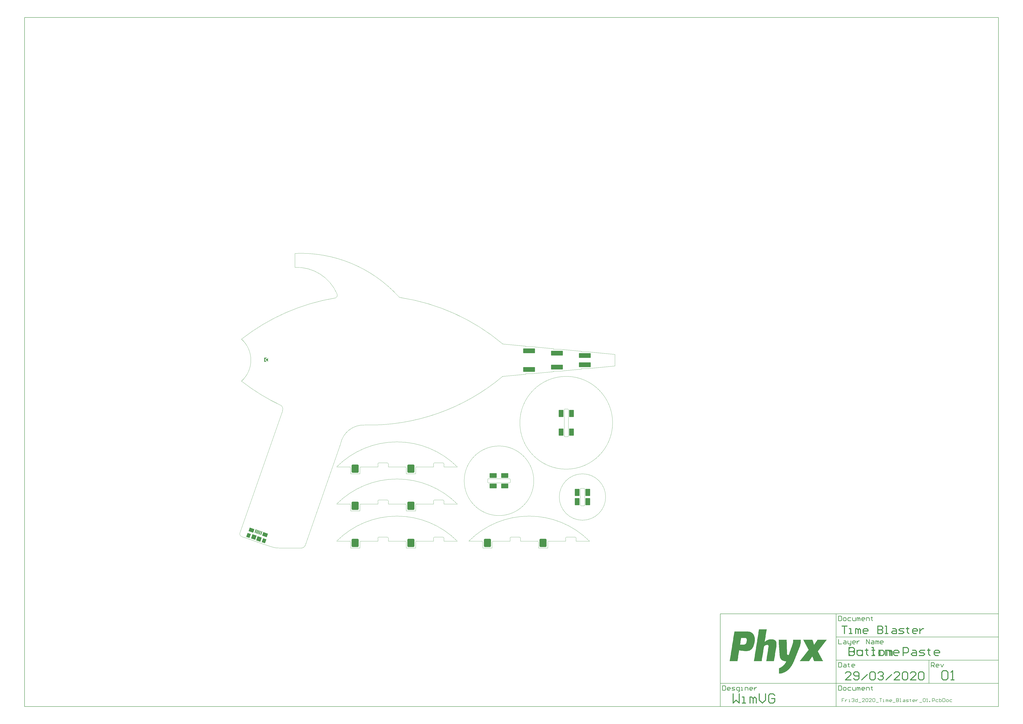
<source format=gbp>
G04*
G04 #@! TF.GenerationSoftware,Altium Limited,Altium Designer,20.0.13 (296)*
G04*
G04 Layer_Color=128*
%FSLAX25Y25*%
%MOIN*%
G70*
G01*
G75*
%ADD10C,0.00787*%
%ADD11C,0.00984*%
%ADD17C,0.01575*%
%ADD19C,0.00197*%
G04:AMPARAMS|DCode=27|XSize=196.85mil|YSize=78.74mil|CornerRadius=3.94mil|HoleSize=0mil|Usage=FLASHONLY|Rotation=0.000|XOffset=0mil|YOffset=0mil|HoleType=Round|Shape=RoundedRectangle|*
%AMROUNDEDRECTD27*
21,1,0.19685,0.07087,0,0,0.0*
21,1,0.18898,0.07874,0,0,0.0*
1,1,0.00787,0.09449,-0.03543*
1,1,0.00787,-0.09449,-0.03543*
1,1,0.00787,-0.09449,0.03543*
1,1,0.00787,0.09449,0.03543*
%
%ADD27ROUNDEDRECTD27*%
G04:AMPARAMS|DCode=29|XSize=137.8mil|YSize=118.11mil|CornerRadius=14.76mil|HoleSize=0mil|Usage=FLASHONLY|Rotation=90.000|XOffset=0mil|YOffset=0mil|HoleType=Round|Shape=RoundedRectangle|*
%AMROUNDEDRECTD29*
21,1,0.13780,0.08858,0,0,90.0*
21,1,0.10827,0.11811,0,0,90.0*
1,1,0.02953,0.04429,0.05413*
1,1,0.02953,0.04429,-0.05413*
1,1,0.02953,-0.04429,-0.05413*
1,1,0.02953,-0.04429,0.05413*
%
%ADD29ROUNDEDRECTD29*%
G04:AMPARAMS|DCode=121|XSize=118.11mil|YSize=78.74mil|CornerRadius=3.94mil|HoleSize=0mil|Usage=FLASHONLY|Rotation=180.000|XOffset=0mil|YOffset=0mil|HoleType=Round|Shape=RoundedRectangle|*
%AMROUNDEDRECTD121*
21,1,0.11811,0.07087,0,0,180.0*
21,1,0.11024,0.07874,0,0,180.0*
1,1,0.00787,-0.05512,0.03543*
1,1,0.00787,0.05512,0.03543*
1,1,0.00787,0.05512,-0.03543*
1,1,0.00787,-0.05512,-0.03543*
%
%ADD121ROUNDEDRECTD121*%
G04:AMPARAMS|DCode=122|XSize=82.68mil|YSize=62.99mil|CornerRadius=0mil|HoleSize=0mil|Usage=FLASHONLY|Rotation=161.000|XOffset=0mil|YOffset=0mil|HoleType=Round|Shape=Rectangle|*
%AMROTATEDRECTD122*
4,1,4,0.04934,0.01632,0.02883,-0.04324,-0.04934,-0.01632,-0.02883,0.04324,0.04934,0.01632,0.0*
%
%ADD122ROTATEDRECTD122*%

%ADD123P,0.10579X4X206.0*%
G04:AMPARAMS|DCode=124|XSize=15.75mil|YSize=62.99mil|CornerRadius=0mil|HoleSize=0mil|Usage=FLASHONLY|Rotation=341.000|XOffset=0mil|YOffset=0mil|HoleType=Round|Shape=Rectangle|*
%AMROTATEDRECTD124*
4,1,4,-0.01770,-0.02722,0.00281,0.03234,0.01770,0.02722,-0.00281,-0.03234,-0.01770,-0.02722,0.0*
%
%ADD124ROTATEDRECTD124*%

%ADD125R,0.01575X0.03937*%
%ADD126C,0.01968*%
G04:AMPARAMS|DCode=127|XSize=118.11mil|YSize=78.74mil|CornerRadius=3.94mil|HoleSize=0mil|Usage=FLASHONLY|Rotation=90.000|XOffset=0mil|YOffset=0mil|HoleType=Round|Shape=RoundedRectangle|*
%AMROUNDEDRECTD127*
21,1,0.11811,0.07087,0,0,90.0*
21,1,0.11024,0.07874,0,0,90.0*
1,1,0.00787,0.03543,0.05512*
1,1,0.00787,0.03543,-0.05512*
1,1,0.00787,-0.03543,-0.05512*
1,1,0.00787,-0.03543,0.05512*
%
%ADD127ROUNDEDRECTD127*%
G04:AMPARAMS|DCode=138|XSize=70.87mil|YSize=59.06mil|CornerRadius=0mil|HoleSize=0mil|Usage=FLASHONLY|Rotation=71.000|XOffset=0mil|YOffset=0mil|HoleType=Round|Shape=Rectangle|*
%AMROTATEDRECTD138*
4,1,4,0.01638,-0.04312,-0.03945,-0.02389,-0.01638,0.04312,0.03945,0.02389,0.01638,-0.04312,0.0*
%
%ADD138ROTATEDRECTD138*%

G36*
X56692Y315908D02*
X56241Y315908D01*
X56241Y315914D01*
X56149Y316608D01*
X56146Y316623D01*
X56144Y316638D01*
X56141Y316648D01*
X56139Y316659D01*
X56134Y316673D01*
X56130Y316688D01*
X56126Y316698D01*
X56122Y316708D01*
X56116Y316721D01*
X56109Y316735D01*
X55792Y317359D01*
X55784Y317373D01*
X55777Y317386D01*
X55771Y317395D01*
X55765Y317404D01*
X55756Y317416D01*
X55747Y317428D01*
X55740Y317436D01*
X55734Y317444D01*
X55723Y317455D01*
X55712Y317466D01*
X55205Y317950D01*
X55187Y317965D01*
X55168Y317981D01*
X55167Y317982D01*
X55166Y317983D01*
X55145Y317996D01*
X55125Y318009D01*
X54818Y318180D01*
X54809Y318184D01*
X54800Y318189D01*
X54785Y318195D01*
X54771Y318202D01*
X54761Y318205D01*
X54752Y318209D01*
X54737Y318213D01*
X54722Y318217D01*
X54712Y318219D01*
X54703Y318222D01*
X54687Y318224D01*
X54671Y318227D01*
X54661Y318227D01*
X54651Y318229D01*
X54635Y318229D01*
X54620Y318229D01*
X54610Y318229D01*
X54600Y318229D01*
X54584Y318226D01*
X54568Y318225D01*
X54558Y318223D01*
X54549Y318222D01*
X54264Y318165D01*
X53701Y318305D01*
X53252Y318673D01*
X53004Y319198D01*
X53004Y319778D01*
X53252Y320303D01*
X53701Y320671D01*
X54264Y320812D01*
X54549Y320755D01*
X54550Y320755D01*
X54551Y320754D01*
X54558Y320753D01*
X54566Y320752D01*
X54582Y320750D01*
X54600Y320748D01*
X54601D01*
X54602Y320748D01*
X54610Y320748D01*
X54617Y320747D01*
X54634Y320748D01*
X54651Y320748D01*
X54653Y320748D01*
X54654Y320748D01*
X54661Y320749D01*
X54668Y320749D01*
X54685Y320752D01*
X54703Y320755D01*
X54704Y320755D01*
X54705Y320755D01*
X54712Y320757D01*
X54719Y320758D01*
X54735Y320763D01*
X54752Y320768D01*
X54754Y320768D01*
X54755Y320769D01*
X54762Y320772D01*
X54769Y320774D01*
X54784Y320781D01*
X54800Y320788D01*
X54801Y320788D01*
X54802Y320789D01*
X54809Y320792D01*
X54815Y320795D01*
X55120Y320962D01*
X55140Y320975D01*
X55161Y320988D01*
X55162Y320989D01*
X55163Y320990D01*
X55182Y321006D01*
X55201Y321021D01*
X55704Y321494D01*
X55714Y321505D01*
X55726Y321516D01*
X55732Y321524D01*
X55739Y321532D01*
X55748Y321544D01*
X55758Y321556D01*
X55763Y321565D01*
X55769Y321574D01*
X55777Y321587D01*
X55784Y321601D01*
X56102Y322215D01*
X56108Y322229D01*
X56115Y322242D01*
X56118Y322252D01*
X56123Y322262D01*
X56127Y322276D01*
X56132Y322291D01*
X56134Y322301D01*
X56137Y322311D01*
X56139Y322326D01*
X56142Y322341D01*
X56238Y323026D01*
X56238Y323031D01*
X56692Y323031D01*
Y315908D01*
D02*
G37*
G36*
X54570Y323031D02*
X54515Y322848D01*
X54295Y322526D01*
X53987Y322288D01*
X53827Y322230D01*
X53433Y322144D01*
X53431Y322144D01*
X53429Y322143D01*
X53407Y322137D01*
X53383Y322130D01*
X53382Y322129D01*
X53380Y322129D01*
X53358Y322119D01*
X53336Y322109D01*
X53334Y322108D01*
X53333Y322108D01*
X52576Y321708D01*
X52559Y321697D01*
X52542Y321688D01*
X52537Y321684D01*
X52532Y321681D01*
X52517Y321668D01*
X52501Y321656D01*
X52496Y321652D01*
X52492Y321648D01*
X52478Y321634D01*
X52464Y321620D01*
X51898Y320978D01*
X51885Y320963D01*
X51873Y320947D01*
X51870Y320942D01*
X51866Y320937D01*
X51856Y320920D01*
X51846Y320903D01*
X51843Y320898D01*
X51840Y320893D01*
X51832Y320874D01*
X51824Y320857D01*
X51521Y320056D01*
X51516Y320037D01*
X51509Y320018D01*
X51508Y320012D01*
X51506Y320006D01*
X51503Y319987D01*
X51499Y319968D01*
X51499Y319962D01*
X51498Y319955D01*
X51497Y319936D01*
X51496Y319916D01*
X51496Y319060D01*
X51497Y319041D01*
X51498Y319021D01*
X51499Y319015D01*
X51499Y319009D01*
X51503Y318989D01*
X51506Y318970D01*
X51508Y318964D01*
X51509Y318958D01*
X51516Y318939D01*
X51521Y318920D01*
X51824Y318120D01*
X51832Y318102D01*
X51840Y318084D01*
X51843Y318078D01*
X51846Y318073D01*
X51856Y318056D01*
X51866Y318039D01*
X51870Y318034D01*
X51873Y318029D01*
X51886Y318014D01*
X51898Y317998D01*
X52464Y317356D01*
X52478Y317343D01*
X52492Y317328D01*
X52496Y317324D01*
X52501Y317320D01*
X52517Y317308D01*
X52532Y317296D01*
X52537Y317292D01*
X52542Y317289D01*
X52559Y317279D01*
X52576Y317269D01*
X53333Y316869D01*
X53334Y316868D01*
X53336Y316867D01*
X53358Y316858D01*
X53380Y316848D01*
X53382Y316847D01*
X53383Y316846D01*
X53407Y316840D01*
X53429Y316833D01*
X53431Y316833D01*
X53433Y316832D01*
X53826Y316746D01*
X53987Y316689D01*
X54295Y316451D01*
X54515Y316129D01*
X54570Y315946D01*
X51968Y315946D01*
X50394D01*
Y323031D01*
X51968D01*
X54570Y323031D01*
D02*
G37*
G36*
X1005337Y-155808D02*
X1005050D01*
Y-156094D01*
X1004764D01*
Y-156380D01*
Y-156667D01*
X1004478D01*
Y-156953D01*
X1004192D01*
Y-157239D01*
X1003905D01*
Y-157526D01*
Y-157812D01*
X1003619D01*
Y-158098D01*
X1003333D01*
Y-158385D01*
X1003046D01*
Y-158671D01*
X1002760D01*
Y-158957D01*
Y-159244D01*
X1002474D01*
Y-159530D01*
X1002187D01*
Y-159816D01*
X1001901D01*
Y-160102D01*
Y-160389D01*
X1001615D01*
Y-160675D01*
X1001328D01*
Y-160961D01*
X1001042D01*
Y-161248D01*
X1000756D01*
Y-161534D01*
Y-161820D01*
X1000469D01*
Y-162107D01*
X1000183D01*
Y-162393D01*
X999897D01*
Y-162679D01*
Y-162966D01*
X999611D01*
Y-163252D01*
X999324D01*
Y-163538D01*
X999038D01*
Y-163824D01*
Y-164111D01*
X998752D01*
Y-164397D01*
X998465D01*
Y-164683D01*
X998179D01*
Y-164970D01*
X997893D01*
Y-165256D01*
Y-165542D01*
X997606D01*
Y-165829D01*
X997320D01*
Y-166115D01*
X997034D01*
Y-166401D01*
Y-166688D01*
X996747D01*
Y-166974D01*
X996461D01*
Y-167260D01*
X996175D01*
Y-167547D01*
Y-167833D01*
X995889D01*
Y-168119D01*
X995602D01*
Y-168405D01*
X995316D01*
Y-168692D01*
X995030D01*
Y-168978D01*
Y-169264D01*
X994743D01*
Y-169551D01*
X994457D01*
Y-169837D01*
X994171D01*
Y-170123D01*
Y-170410D01*
X993884D01*
Y-170696D01*
X993598D01*
Y-170982D01*
X993312D01*
Y-171269D01*
Y-171555D01*
X993025D01*
Y-171841D01*
X992739D01*
Y-172127D01*
X992453D01*
Y-172414D01*
X992166D01*
Y-172700D01*
Y-172986D01*
X991880D01*
Y-173273D01*
X991594D01*
Y-173559D01*
X991308D01*
Y-173845D01*
Y-174132D01*
X991021D01*
Y-174418D01*
X990735D01*
Y-174704D01*
X990449D01*
Y-174991D01*
X990162D01*
Y-175277D01*
Y-175563D01*
X990449D01*
Y-175850D01*
Y-176136D01*
X990735D01*
Y-176422D01*
Y-176709D01*
X991021D01*
Y-176995D01*
X991308D01*
Y-177281D01*
Y-177568D01*
X991594D01*
Y-177854D01*
Y-178140D01*
X991880D01*
Y-178426D01*
Y-178713D01*
X992166D01*
Y-178999D01*
Y-179285D01*
X992453D01*
Y-179572D01*
Y-179858D01*
X992739D01*
Y-180144D01*
Y-180431D01*
X993025D01*
Y-180717D01*
Y-181003D01*
X993312D01*
Y-181290D01*
Y-181576D01*
X993598D01*
Y-181862D01*
X993884D01*
Y-182149D01*
Y-182435D01*
X994171D01*
Y-182721D01*
Y-183007D01*
X994457D01*
Y-183294D01*
Y-183580D01*
X994743D01*
Y-183866D01*
Y-184153D01*
X995030D01*
Y-184439D01*
Y-184725D01*
X995316D01*
Y-185012D01*
Y-185298D01*
X995602D01*
Y-185584D01*
Y-185871D01*
X995889D01*
Y-186157D01*
X996175D01*
Y-186443D01*
Y-186730D01*
X996461D01*
Y-187016D01*
Y-187302D01*
X996747D01*
Y-187588D01*
Y-187875D01*
X997034D01*
Y-188161D01*
Y-188447D01*
X997320D01*
Y-188734D01*
Y-189020D01*
X997606D01*
Y-189306D01*
Y-189593D01*
X997893D01*
Y-189879D01*
Y-190165D01*
X998179D01*
Y-190452D01*
X998465D01*
Y-190738D01*
Y-191024D01*
X998752D01*
Y-191311D01*
Y-191597D01*
X999038D01*
Y-191883D01*
X983863D01*
Y-191597D01*
X983577D01*
Y-191311D01*
Y-191024D01*
Y-190738D01*
X983291D01*
Y-190452D01*
Y-190165D01*
Y-189879D01*
X983004D01*
Y-189593D01*
Y-189306D01*
X982718D01*
Y-189020D01*
Y-188734D01*
Y-188447D01*
X982432D01*
Y-188161D01*
Y-187875D01*
Y-187588D01*
X982146D01*
Y-187302D01*
Y-187016D01*
X981859D01*
Y-186730D01*
Y-186443D01*
Y-186157D01*
X981573D01*
Y-185871D01*
Y-185584D01*
Y-185298D01*
X981287D01*
Y-185012D01*
Y-184725D01*
Y-184439D01*
X981000D01*
Y-184153D01*
X980428D01*
Y-184439D01*
Y-184725D01*
X980141D01*
Y-185012D01*
X979855D01*
Y-185298D01*
Y-185584D01*
X979569D01*
Y-185871D01*
X979282D01*
Y-186157D01*
Y-186443D01*
X978996D01*
Y-186730D01*
X978710D01*
Y-187016D01*
Y-187302D01*
X978423D01*
Y-187588D01*
X978137D01*
Y-187875D01*
X977851D01*
Y-188161D01*
Y-188447D01*
X977565D01*
Y-188734D01*
X977278D01*
Y-189020D01*
Y-189306D01*
X976992D01*
Y-189593D01*
X976705D01*
Y-189879D01*
Y-190165D01*
X976419D01*
Y-190452D01*
X976133D01*
Y-190738D01*
Y-191024D01*
X975847D01*
Y-191311D01*
X975560D01*
Y-191597D01*
Y-191883D01*
X959527D01*
Y-191597D01*
X959813D01*
Y-191311D01*
X960099D01*
Y-191024D01*
X960386D01*
Y-190738D01*
X960672D01*
Y-190452D01*
Y-190165D01*
X960958D01*
Y-189879D01*
X961245D01*
Y-189593D01*
X961531D01*
Y-189306D01*
X961817D01*
Y-189020D01*
Y-188734D01*
X962104D01*
Y-188447D01*
X962390D01*
Y-188161D01*
X962676D01*
Y-187875D01*
Y-187588D01*
X962963D01*
Y-187302D01*
X963249D01*
Y-187016D01*
X963535D01*
Y-186730D01*
X963822D01*
Y-186443D01*
Y-186157D01*
X964108D01*
Y-185871D01*
X964394D01*
Y-185584D01*
X964680D01*
Y-185298D01*
X964967D01*
Y-185012D01*
Y-184725D01*
X965253D01*
Y-184439D01*
X965539D01*
Y-184153D01*
X965826D01*
Y-183866D01*
Y-183580D01*
X966112D01*
Y-183294D01*
X966398D01*
Y-183007D01*
X966685D01*
Y-182721D01*
X966971D01*
Y-182435D01*
Y-182149D01*
X967257D01*
Y-181862D01*
X967544D01*
Y-181576D01*
X967830D01*
Y-181290D01*
Y-181003D01*
X968116D01*
Y-180717D01*
X968402D01*
Y-180431D01*
X968689D01*
Y-180144D01*
X968975D01*
Y-179858D01*
Y-179572D01*
X969261D01*
Y-179285D01*
X969548D01*
Y-178999D01*
X969834D01*
Y-178713D01*
Y-178426D01*
X970120D01*
Y-178140D01*
X970407D01*
Y-177854D01*
X970693D01*
Y-177568D01*
X970979D01*
Y-177281D01*
Y-176995D01*
X971266D01*
Y-176709D01*
X971552D01*
Y-176422D01*
X971838D01*
Y-176136D01*
X972124D01*
Y-175850D01*
Y-175563D01*
X972411D01*
Y-175277D01*
X972697D01*
Y-174991D01*
X972983D01*
Y-174704D01*
Y-174418D01*
X973270D01*
Y-174132D01*
X973556D01*
Y-173845D01*
X973842D01*
Y-173559D01*
X974129D01*
Y-173273D01*
Y-172986D01*
X974415D01*
Y-172700D01*
Y-172414D01*
Y-172127D01*
X974129D01*
Y-171841D01*
X973842D01*
Y-171555D01*
Y-171269D01*
X973556D01*
Y-170982D01*
Y-170696D01*
X973270D01*
Y-170410D01*
Y-170123D01*
X972983D01*
Y-169837D01*
Y-169551D01*
X972697D01*
Y-169264D01*
Y-168978D01*
X972411D01*
Y-168692D01*
Y-168405D01*
X972124D01*
Y-168119D01*
X971838D01*
Y-167833D01*
Y-167547D01*
X971552D01*
Y-167260D01*
Y-166974D01*
X971266D01*
Y-166688D01*
Y-166401D01*
X970979D01*
Y-166115D01*
Y-165829D01*
X970693D01*
Y-165542D01*
Y-165256D01*
X970407D01*
Y-164970D01*
Y-164683D01*
X970120D01*
Y-164397D01*
X969834D01*
Y-164111D01*
Y-163824D01*
X969548D01*
Y-163538D01*
Y-163252D01*
X969261D01*
Y-162966D01*
Y-162679D01*
X968975D01*
Y-162393D01*
Y-162107D01*
X968689D01*
Y-161820D01*
Y-161534D01*
X968402D01*
Y-161248D01*
Y-160961D01*
X968116D01*
Y-160675D01*
Y-160389D01*
X967830D01*
Y-160102D01*
X967544D01*
Y-159816D01*
Y-159530D01*
X967257D01*
Y-159244D01*
Y-158957D01*
X966971D01*
Y-158671D01*
Y-158385D01*
X966685D01*
Y-158098D01*
Y-157812D01*
X966398D01*
Y-157526D01*
Y-157239D01*
X966112D01*
Y-156953D01*
Y-156667D01*
X965826D01*
Y-156380D01*
X965539D01*
Y-156094D01*
Y-155808D01*
X965253D01*
Y-155521D01*
X981000D01*
Y-155808D01*
X981287D01*
Y-156094D01*
Y-156380D01*
Y-156667D01*
X981573D01*
Y-156953D01*
Y-157239D01*
Y-157526D01*
X981859D01*
Y-157812D01*
Y-158098D01*
Y-158385D01*
X982146D01*
Y-158671D01*
Y-158957D01*
Y-159244D01*
X982432D01*
Y-159530D01*
Y-159816D01*
Y-160102D01*
X982718D01*
Y-160389D01*
Y-160675D01*
Y-160961D01*
X983004D01*
Y-161248D01*
Y-161534D01*
Y-161820D01*
X983291D01*
Y-162107D01*
Y-162393D01*
Y-162679D01*
X983577D01*
Y-162966D01*
Y-163252D01*
Y-163538D01*
Y-163824D01*
X984150D01*
Y-163538D01*
X984436D01*
Y-163252D01*
X984722D01*
Y-162966D01*
Y-162679D01*
X985009D01*
Y-162393D01*
X985295D01*
Y-162107D01*
Y-161820D01*
X985581D01*
Y-161534D01*
X985868D01*
Y-161248D01*
Y-160961D01*
X986154D01*
Y-160675D01*
X986440D01*
Y-160389D01*
Y-160102D01*
X986726D01*
Y-159816D01*
X987013D01*
Y-159530D01*
Y-159244D01*
X987299D01*
Y-158957D01*
X987585D01*
Y-158671D01*
Y-158385D01*
X987872D01*
Y-158098D01*
X988158D01*
Y-157812D01*
Y-157526D01*
X988444D01*
Y-157239D01*
X988731D01*
Y-156953D01*
Y-156667D01*
X989017D01*
Y-156380D01*
X989303D01*
Y-156094D01*
Y-155808D01*
X989590D01*
Y-155521D01*
X1005337D01*
Y-155808D01*
D02*
G37*
G36*
X872201Y-141778D02*
X873919D01*
Y-142065D01*
X874778D01*
Y-142351D01*
X875637D01*
Y-142637D01*
X876496D01*
Y-142924D01*
X877069D01*
Y-143210D01*
X877355D01*
Y-143496D01*
X877928D01*
Y-143783D01*
X878214D01*
Y-144069D01*
X878786D01*
Y-144355D01*
X879073D01*
Y-144641D01*
X879359D01*
Y-144928D01*
X879646D01*
Y-145214D01*
X879932D01*
Y-145501D01*
X880218D01*
Y-145787D01*
X880504D01*
Y-146073D01*
Y-146359D01*
X880791D01*
Y-146646D01*
X881077D01*
Y-146932D01*
Y-147218D01*
X881363D01*
Y-147505D01*
X881650D01*
Y-147791D01*
Y-148077D01*
X881936D01*
Y-148364D01*
Y-148650D01*
Y-148936D01*
X882222D01*
Y-149223D01*
Y-149509D01*
Y-149795D01*
X882509D01*
Y-150082D01*
Y-150368D01*
Y-150654D01*
Y-150940D01*
X882795D01*
Y-151227D01*
Y-151513D01*
Y-151799D01*
Y-152086D01*
Y-152372D01*
X883081D01*
Y-152658D01*
Y-152945D01*
Y-153231D01*
Y-153517D01*
Y-153804D01*
Y-154090D01*
Y-154376D01*
Y-154663D01*
Y-154949D01*
Y-155235D01*
Y-155521D01*
Y-155808D01*
Y-156094D01*
Y-156380D01*
Y-156667D01*
Y-156953D01*
Y-157239D01*
Y-157526D01*
Y-157812D01*
Y-158098D01*
X882795D01*
Y-158385D01*
Y-158671D01*
Y-158957D01*
Y-159244D01*
Y-159530D01*
Y-159816D01*
Y-160102D01*
X882509D01*
Y-160389D01*
Y-160675D01*
Y-160961D01*
Y-161248D01*
Y-161534D01*
X882222D01*
Y-161820D01*
Y-162107D01*
Y-162393D01*
Y-162679D01*
Y-162966D01*
X881936D01*
Y-163252D01*
Y-163538D01*
Y-163824D01*
X881650D01*
Y-164111D01*
Y-164397D01*
Y-164683D01*
Y-164970D01*
X881363D01*
Y-165256D01*
Y-165542D01*
Y-165829D01*
X881077D01*
Y-166115D01*
Y-166401D01*
X880791D01*
Y-166688D01*
Y-166974D01*
Y-167260D01*
X880504D01*
Y-167547D01*
Y-167833D01*
X880218D01*
Y-168119D01*
Y-168405D01*
X879932D01*
Y-168692D01*
Y-168978D01*
X879646D01*
Y-169264D01*
X879359D01*
Y-169551D01*
Y-169837D01*
X879073D01*
Y-170123D01*
X878786D01*
Y-170410D01*
X878500D01*
Y-170696D01*
Y-170982D01*
X878214D01*
Y-171269D01*
X877928D01*
Y-171555D01*
X877641D01*
Y-171841D01*
X877355D01*
Y-172127D01*
X877069D01*
Y-172414D01*
X876496D01*
Y-172700D01*
X876210D01*
Y-172986D01*
X875637D01*
Y-173273D01*
X875351D01*
Y-173559D01*
X874778D01*
Y-173845D01*
X873919D01*
Y-174132D01*
X873060D01*
Y-174418D01*
X872201D01*
Y-174704D01*
X870483D01*
Y-174991D01*
X865330D01*
Y-174704D01*
X862753D01*
Y-174418D01*
X860749D01*
Y-174132D01*
X859317D01*
Y-173845D01*
X857886D01*
Y-173559D01*
X856454D01*
Y-173845D01*
Y-174132D01*
Y-174418D01*
Y-174704D01*
Y-174991D01*
Y-175277D01*
Y-175563D01*
X856168D01*
Y-175850D01*
Y-176136D01*
Y-176422D01*
Y-176709D01*
Y-176995D01*
Y-177281D01*
X855882D01*
Y-177568D01*
Y-177854D01*
Y-178140D01*
Y-178426D01*
Y-178713D01*
Y-178999D01*
X855595D01*
Y-179285D01*
Y-179572D01*
Y-179858D01*
Y-180144D01*
Y-180431D01*
Y-180717D01*
Y-181003D01*
X855309D01*
Y-181290D01*
Y-181576D01*
Y-181862D01*
Y-182149D01*
Y-182435D01*
Y-182721D01*
X855023D01*
Y-183007D01*
Y-183294D01*
Y-183580D01*
Y-183866D01*
Y-184153D01*
Y-184439D01*
X854736D01*
Y-184725D01*
Y-185012D01*
Y-185298D01*
Y-185584D01*
Y-185871D01*
Y-186157D01*
Y-186443D01*
X854450D01*
Y-186730D01*
Y-187016D01*
Y-187302D01*
Y-187588D01*
Y-187875D01*
Y-188161D01*
X854164D01*
Y-188447D01*
Y-188734D01*
Y-189020D01*
Y-189306D01*
Y-189593D01*
Y-189879D01*
X853877D01*
Y-190165D01*
Y-190452D01*
Y-190738D01*
Y-191024D01*
Y-191311D01*
Y-191597D01*
Y-191883D01*
X840421D01*
Y-191597D01*
X840707D01*
Y-191311D01*
Y-191024D01*
Y-190738D01*
Y-190452D01*
Y-190165D01*
X840993D01*
Y-189879D01*
Y-189593D01*
Y-189306D01*
Y-189020D01*
Y-188734D01*
Y-188447D01*
Y-188161D01*
X841280D01*
Y-187875D01*
Y-187588D01*
Y-187302D01*
Y-187016D01*
Y-186730D01*
Y-186443D01*
X841566D01*
Y-186157D01*
Y-185871D01*
Y-185584D01*
Y-185298D01*
Y-185012D01*
Y-184725D01*
X841852D01*
Y-184439D01*
Y-184153D01*
Y-183866D01*
Y-183580D01*
Y-183294D01*
Y-183007D01*
Y-182721D01*
X842138D01*
Y-182435D01*
Y-182149D01*
Y-181862D01*
Y-181576D01*
Y-181290D01*
Y-181003D01*
X842425D01*
Y-180717D01*
Y-180431D01*
Y-180144D01*
Y-179858D01*
Y-179572D01*
Y-179285D01*
X842711D01*
Y-178999D01*
Y-178713D01*
Y-178426D01*
Y-178140D01*
Y-177854D01*
Y-177568D01*
X842997D01*
Y-177281D01*
Y-176995D01*
Y-176709D01*
Y-176422D01*
Y-176136D01*
Y-175850D01*
Y-175563D01*
X843284D01*
Y-175277D01*
Y-174991D01*
Y-174704D01*
Y-174418D01*
Y-174132D01*
Y-173845D01*
X843570D01*
Y-173559D01*
Y-173273D01*
Y-172986D01*
Y-172700D01*
Y-172414D01*
Y-172127D01*
X843856D01*
Y-171841D01*
Y-171555D01*
Y-171269D01*
Y-170982D01*
Y-170696D01*
Y-170410D01*
X844143D01*
Y-170123D01*
Y-169837D01*
Y-169551D01*
Y-169264D01*
Y-168978D01*
Y-168692D01*
Y-168405D01*
X844429D01*
Y-168119D01*
Y-167833D01*
Y-167547D01*
Y-167260D01*
Y-166974D01*
Y-166688D01*
X844715D01*
Y-166401D01*
Y-166115D01*
Y-165829D01*
Y-165542D01*
Y-165256D01*
Y-164970D01*
X845002D01*
Y-164683D01*
Y-164397D01*
Y-164111D01*
Y-163824D01*
Y-163538D01*
Y-163252D01*
Y-162966D01*
X845288D01*
Y-162679D01*
Y-162393D01*
Y-162107D01*
Y-161820D01*
Y-161534D01*
Y-161248D01*
X845574D01*
Y-160961D01*
Y-160675D01*
Y-160389D01*
Y-160102D01*
Y-159816D01*
Y-159530D01*
X845861D01*
Y-159244D01*
Y-158957D01*
Y-158671D01*
Y-158385D01*
Y-158098D01*
Y-157812D01*
X846147D01*
Y-157526D01*
Y-157239D01*
Y-156953D01*
Y-156667D01*
Y-156380D01*
Y-156094D01*
Y-155808D01*
X846433D01*
Y-155521D01*
Y-155235D01*
Y-154949D01*
Y-154663D01*
Y-154376D01*
Y-154090D01*
X846719D01*
Y-153804D01*
Y-153517D01*
Y-153231D01*
Y-152945D01*
Y-152658D01*
Y-152372D01*
X847006D01*
Y-152086D01*
Y-151799D01*
Y-151513D01*
Y-151227D01*
Y-150940D01*
Y-150654D01*
Y-150368D01*
X847292D01*
Y-150082D01*
Y-149795D01*
Y-149509D01*
Y-149223D01*
Y-148936D01*
Y-148650D01*
X847578D01*
Y-148364D01*
Y-148077D01*
Y-147791D01*
Y-147505D01*
Y-147218D01*
Y-146932D01*
X847865D01*
Y-146646D01*
Y-146359D01*
Y-146073D01*
Y-145787D01*
Y-145501D01*
Y-145214D01*
Y-144928D01*
X848151D01*
Y-144641D01*
Y-144355D01*
Y-144069D01*
Y-143783D01*
Y-143496D01*
Y-143210D01*
X848437D01*
Y-142924D01*
Y-142637D01*
Y-142351D01*
Y-142065D01*
Y-141778D01*
Y-141492D01*
X872201D01*
Y-141778D01*
D02*
G37*
G36*
X961245Y-155808D02*
Y-156094D01*
Y-156380D01*
Y-156667D01*
Y-156953D01*
Y-157239D01*
Y-157526D01*
Y-157812D01*
Y-158098D01*
Y-158385D01*
Y-158671D01*
Y-158957D01*
Y-159244D01*
Y-159530D01*
Y-159816D01*
Y-160102D01*
Y-160389D01*
Y-160675D01*
Y-160961D01*
Y-161248D01*
Y-161534D01*
X960958D01*
Y-161820D01*
Y-162107D01*
Y-162393D01*
Y-162679D01*
Y-162966D01*
X960672D01*
Y-163252D01*
Y-163538D01*
Y-163824D01*
Y-164111D01*
X960386D01*
Y-164397D01*
Y-164683D01*
Y-164970D01*
Y-165256D01*
X960099D01*
Y-165542D01*
Y-165829D01*
Y-166115D01*
X959813D01*
Y-166401D01*
Y-166688D01*
Y-166974D01*
X959527D01*
Y-167260D01*
Y-167547D01*
Y-167833D01*
X959241D01*
Y-168119D01*
Y-168405D01*
Y-168692D01*
X958954D01*
Y-168978D01*
Y-169264D01*
X958668D01*
Y-169551D01*
Y-169837D01*
X958381D01*
Y-170123D01*
Y-170410D01*
Y-170696D01*
X958095D01*
Y-170982D01*
Y-171269D01*
X957809D01*
Y-171555D01*
Y-171841D01*
Y-172127D01*
X957523D01*
Y-172414D01*
Y-172700D01*
X957236D01*
Y-172986D01*
Y-173273D01*
Y-173559D01*
X956950D01*
Y-173845D01*
Y-174132D01*
X956664D01*
Y-174418D01*
Y-174704D01*
Y-174991D01*
X956377D01*
Y-175277D01*
Y-175563D01*
X956091D01*
Y-175850D01*
Y-176136D01*
Y-176422D01*
X955805D01*
Y-176709D01*
Y-176995D01*
X955518D01*
Y-177281D01*
Y-177568D01*
Y-177854D01*
X955232D01*
Y-178140D01*
Y-178426D01*
X954946D01*
Y-178713D01*
Y-178999D01*
Y-179285D01*
X954659D01*
Y-179572D01*
Y-179858D01*
X954373D01*
Y-180144D01*
Y-180431D01*
Y-180717D01*
X954087D01*
Y-181003D01*
Y-181290D01*
X953800D01*
Y-181576D01*
Y-181862D01*
Y-182149D01*
X953514D01*
Y-182435D01*
Y-182721D01*
X953228D01*
Y-183007D01*
Y-183294D01*
Y-183580D01*
X952942D01*
Y-183866D01*
Y-184153D01*
X952655D01*
Y-184439D01*
Y-184725D01*
Y-185012D01*
X952369D01*
Y-185298D01*
Y-185584D01*
X952083D01*
Y-185871D01*
Y-186157D01*
Y-186443D01*
X951796D01*
Y-186730D01*
Y-187016D01*
X951510D01*
Y-187302D01*
Y-187588D01*
Y-187875D01*
X951224D01*
Y-188161D01*
Y-188447D01*
X950937D01*
Y-188734D01*
Y-189020D01*
Y-189306D01*
X950651D01*
Y-189593D01*
Y-189879D01*
X950365D01*
Y-190165D01*
Y-190452D01*
Y-190738D01*
X950078D01*
Y-191024D01*
Y-191311D01*
X949792D01*
Y-191597D01*
Y-191883D01*
Y-192169D01*
X949506D01*
Y-192456D01*
Y-192742D01*
X949220D01*
Y-193028D01*
Y-193315D01*
X948933D01*
Y-193601D01*
Y-193887D01*
X948647D01*
Y-194174D01*
Y-194460D01*
Y-194746D01*
X948361D01*
Y-195033D01*
X948074D01*
Y-195319D01*
Y-195605D01*
Y-195891D01*
X947788D01*
Y-196178D01*
X947502D01*
Y-196464D01*
Y-196750D01*
X947215D01*
Y-197037D01*
Y-197323D01*
X946929D01*
Y-197609D01*
Y-197896D01*
X946643D01*
Y-198182D01*
Y-198468D01*
X946356D01*
Y-198755D01*
X946070D01*
Y-199041D01*
Y-199327D01*
X945784D01*
Y-199614D01*
Y-199900D01*
X945497D01*
Y-200186D01*
X945211D01*
Y-200472D01*
X944925D01*
Y-200759D01*
Y-201045D01*
X944639D01*
Y-201331D01*
X944352D01*
Y-201618D01*
Y-201904D01*
X944066D01*
Y-202190D01*
X943780D01*
Y-202477D01*
X943493D01*
Y-202763D01*
Y-203049D01*
X943207D01*
Y-203336D01*
X942921D01*
Y-203622D01*
X942634D01*
Y-203908D01*
X942348D01*
Y-204195D01*
X942062D01*
Y-204481D01*
Y-204767D01*
X941775D01*
Y-205053D01*
X941489D01*
Y-205340D01*
X941203D01*
Y-205626D01*
X940916D01*
Y-205912D01*
X940630D01*
Y-206199D01*
X940344D01*
Y-206485D01*
X940057D01*
Y-206771D01*
X939485D01*
Y-207058D01*
X939199D01*
Y-207344D01*
X938912D01*
Y-207630D01*
X938626D01*
Y-207917D01*
X938340D01*
Y-208203D01*
X937767D01*
Y-208489D01*
X937481D01*
Y-208776D01*
X936908D01*
Y-209062D01*
X936622D01*
Y-209348D01*
X936049D01*
Y-209634D01*
X935763D01*
Y-209921D01*
X935190D01*
Y-210207D01*
X934618D01*
Y-210493D01*
X934045D01*
Y-210780D01*
X933472D01*
Y-211066D01*
X932900D01*
Y-211352D01*
X932041D01*
Y-211639D01*
X931468D01*
Y-211925D01*
X930609D01*
Y-212211D01*
X929464D01*
Y-212498D01*
X928319D01*
Y-212784D01*
X926601D01*
Y-213070D01*
X924597D01*
Y-213357D01*
X924310D01*
Y-213070D01*
Y-212784D01*
Y-212498D01*
Y-212211D01*
Y-211925D01*
Y-211639D01*
Y-211352D01*
Y-211066D01*
Y-210780D01*
Y-210493D01*
Y-210207D01*
Y-209921D01*
Y-209634D01*
Y-209348D01*
Y-209062D01*
Y-208776D01*
Y-208489D01*
Y-208203D01*
Y-207917D01*
Y-207630D01*
Y-207344D01*
Y-207058D01*
Y-206771D01*
Y-206485D01*
Y-206199D01*
Y-205912D01*
Y-205626D01*
Y-205340D01*
Y-205053D01*
Y-204767D01*
Y-204481D01*
Y-204195D01*
Y-203908D01*
X924883D01*
Y-203622D01*
X925455D01*
Y-203336D01*
X926028D01*
Y-203049D01*
X926601D01*
Y-202763D01*
X927173D01*
Y-202477D01*
X927746D01*
Y-202190D01*
X928032D01*
Y-201904D01*
X928605D01*
Y-201618D01*
X928891D01*
Y-201331D01*
X929464D01*
Y-201045D01*
X929750D01*
Y-200759D01*
X930037D01*
Y-200472D01*
X930609D01*
Y-200186D01*
X930896D01*
Y-199900D01*
X931182D01*
Y-199614D01*
X931468D01*
Y-199327D01*
X931754D01*
Y-199041D01*
X932041D01*
Y-198755D01*
X932327D01*
Y-198468D01*
X932613D01*
Y-198182D01*
X932900D01*
Y-197896D01*
X933186D01*
Y-197609D01*
X933472D01*
Y-197323D01*
X933759D01*
Y-197037D01*
Y-196750D01*
X934045D01*
Y-196464D01*
X934331D01*
Y-196178D01*
X934618D01*
Y-195891D01*
Y-195605D01*
X934904D01*
Y-195319D01*
X935190D01*
Y-195033D01*
Y-194746D01*
X935476D01*
Y-194460D01*
Y-194174D01*
X935763D01*
Y-193887D01*
X936049D01*
Y-193601D01*
Y-193315D01*
X936335D01*
Y-193028D01*
Y-192742D01*
X936622D01*
Y-192456D01*
Y-192169D01*
X934904D01*
Y-191883D01*
X932900D01*
Y-191597D01*
X931754D01*
Y-191311D01*
X931182D01*
Y-191024D01*
X930323D01*
Y-190738D01*
X929750D01*
Y-190452D01*
X929464D01*
Y-190165D01*
X928891D01*
Y-189879D01*
X928605D01*
Y-189593D01*
X928319D01*
Y-189306D01*
X928032D01*
Y-189020D01*
X927746D01*
Y-188734D01*
X927460D01*
Y-188447D01*
Y-188161D01*
X927173D01*
Y-187875D01*
X926887D01*
Y-187588D01*
Y-187302D01*
X926601D01*
Y-187016D01*
Y-186730D01*
X926315D01*
Y-186443D01*
Y-186157D01*
X926028D01*
Y-185871D01*
Y-185584D01*
Y-185298D01*
X925742D01*
Y-185012D01*
Y-184725D01*
Y-184439D01*
Y-184153D01*
X925455D01*
Y-183866D01*
Y-183580D01*
Y-183294D01*
Y-183007D01*
Y-182721D01*
Y-182435D01*
Y-182149D01*
X925169D01*
Y-181862D01*
Y-181576D01*
Y-181290D01*
Y-181003D01*
Y-180717D01*
Y-180431D01*
Y-180144D01*
Y-179858D01*
Y-179572D01*
Y-179285D01*
Y-178999D01*
Y-178713D01*
Y-178426D01*
Y-178140D01*
Y-177854D01*
X924883D01*
Y-177568D01*
Y-177281D01*
Y-176995D01*
Y-176709D01*
Y-176422D01*
Y-176136D01*
Y-175850D01*
Y-175563D01*
Y-175277D01*
Y-174991D01*
Y-174704D01*
Y-174418D01*
Y-174132D01*
Y-173845D01*
Y-173559D01*
X924597D01*
Y-173273D01*
Y-172986D01*
Y-172700D01*
Y-172414D01*
Y-172127D01*
Y-171841D01*
Y-171555D01*
Y-171269D01*
Y-170982D01*
Y-170696D01*
Y-170410D01*
Y-170123D01*
Y-169837D01*
Y-169551D01*
Y-169264D01*
Y-168978D01*
X924310D01*
Y-168692D01*
Y-168405D01*
Y-168119D01*
Y-167833D01*
Y-167547D01*
Y-167260D01*
Y-166974D01*
Y-166688D01*
Y-166401D01*
Y-166115D01*
Y-165829D01*
Y-165542D01*
Y-165256D01*
Y-164970D01*
Y-164683D01*
Y-164397D01*
X924024D01*
Y-164111D01*
Y-163824D01*
Y-163538D01*
Y-163252D01*
Y-162966D01*
Y-162679D01*
Y-162393D01*
Y-162107D01*
Y-161820D01*
Y-161534D01*
Y-161248D01*
Y-160961D01*
Y-160675D01*
Y-160389D01*
X923738D01*
Y-160102D01*
Y-159816D01*
Y-159530D01*
Y-159244D01*
Y-158957D01*
Y-158671D01*
Y-158385D01*
Y-158098D01*
Y-157812D01*
Y-157526D01*
Y-157239D01*
Y-156953D01*
Y-156667D01*
Y-156380D01*
Y-156094D01*
Y-155808D01*
X923451D01*
Y-155521D01*
X937194D01*
Y-155808D01*
Y-156094D01*
Y-156380D01*
Y-156667D01*
Y-156953D01*
Y-157239D01*
Y-157526D01*
Y-157812D01*
Y-158098D01*
Y-158385D01*
Y-158671D01*
Y-158957D01*
Y-159244D01*
Y-159530D01*
X937481D01*
Y-159816D01*
Y-160102D01*
Y-160389D01*
Y-160675D01*
Y-160961D01*
Y-161248D01*
Y-161534D01*
Y-161820D01*
Y-162107D01*
Y-162393D01*
Y-162679D01*
Y-162966D01*
Y-163252D01*
Y-163538D01*
Y-163824D01*
Y-164111D01*
Y-164397D01*
Y-164683D01*
Y-164970D01*
Y-165256D01*
Y-165542D01*
Y-165829D01*
Y-166115D01*
Y-166401D01*
Y-166688D01*
Y-166974D01*
Y-167260D01*
Y-167547D01*
Y-167833D01*
Y-168119D01*
Y-168405D01*
Y-168692D01*
Y-168978D01*
Y-169264D01*
Y-169551D01*
Y-169837D01*
Y-170123D01*
Y-170410D01*
Y-170696D01*
Y-170982D01*
Y-171269D01*
X937767D01*
Y-171555D01*
X937481D01*
Y-171841D01*
Y-172127D01*
X937767D01*
Y-172414D01*
Y-172700D01*
Y-172986D01*
Y-173273D01*
Y-173559D01*
Y-173845D01*
Y-174132D01*
Y-174418D01*
Y-174704D01*
Y-174991D01*
Y-175277D01*
Y-175563D01*
Y-175850D01*
Y-176136D01*
Y-176422D01*
Y-176709D01*
Y-176995D01*
Y-177281D01*
Y-177568D01*
Y-177854D01*
Y-178140D01*
Y-178426D01*
Y-178713D01*
Y-178999D01*
Y-179285D01*
Y-179572D01*
X938053D01*
Y-179858D01*
Y-180144D01*
Y-180431D01*
X938340D01*
Y-180717D01*
X938626D01*
Y-181003D01*
X938912D01*
Y-181290D01*
X939771D01*
Y-181576D01*
X940630D01*
Y-181290D01*
X940916D01*
Y-181003D01*
Y-180717D01*
Y-180431D01*
X941203D01*
Y-180144D01*
Y-179858D01*
X941489D01*
Y-179572D01*
Y-179285D01*
Y-178999D01*
X941775D01*
Y-178713D01*
Y-178426D01*
Y-178140D01*
X942062D01*
Y-177854D01*
Y-177568D01*
Y-177281D01*
X942348D01*
Y-176995D01*
Y-176709D01*
Y-176422D01*
X942634D01*
Y-176136D01*
Y-175850D01*
X942921D01*
Y-175563D01*
Y-175277D01*
Y-174991D01*
X943207D01*
Y-174704D01*
Y-174418D01*
Y-174132D01*
X943493D01*
Y-173845D01*
Y-173559D01*
Y-173273D01*
X943780D01*
Y-172986D01*
Y-172700D01*
X944066D01*
Y-172414D01*
Y-172127D01*
Y-171841D01*
X944352D01*
Y-171555D01*
Y-171269D01*
Y-170982D01*
X944639D01*
Y-170696D01*
Y-170410D01*
Y-170123D01*
X944925D01*
Y-169837D01*
Y-169551D01*
X945211D01*
Y-169264D01*
Y-168978D01*
Y-168692D01*
X945497D01*
Y-168405D01*
Y-168119D01*
Y-167833D01*
X945784D01*
Y-167547D01*
Y-167260D01*
Y-166974D01*
X946070D01*
Y-166688D01*
Y-166401D01*
X946356D01*
Y-166115D01*
Y-165829D01*
Y-165542D01*
X946643D01*
Y-165256D01*
Y-164970D01*
Y-164683D01*
X946929D01*
Y-164397D01*
Y-164111D01*
Y-163824D01*
X947215D01*
Y-163538D01*
Y-163252D01*
Y-162966D01*
Y-162679D01*
X947502D01*
Y-162393D01*
Y-162107D01*
Y-161820D01*
Y-161534D01*
X947788D01*
Y-161248D01*
Y-160961D01*
Y-160675D01*
Y-160389D01*
Y-160102D01*
X948074D01*
Y-159816D01*
Y-159530D01*
Y-159244D01*
Y-158957D01*
Y-158671D01*
Y-158385D01*
X948361D01*
Y-158098D01*
Y-157812D01*
Y-157526D01*
Y-157239D01*
Y-156953D01*
Y-156667D01*
Y-156380D01*
Y-156094D01*
Y-155808D01*
Y-155521D01*
X961245D01*
Y-155808D01*
D02*
G37*
G36*
X903409Y-138343D02*
Y-138629D01*
X903123D01*
Y-138915D01*
Y-139202D01*
Y-139488D01*
Y-139774D01*
Y-140060D01*
Y-140347D01*
X902837D01*
Y-140633D01*
Y-140919D01*
Y-141206D01*
Y-141492D01*
Y-141778D01*
Y-142065D01*
X902551D01*
Y-142351D01*
Y-142637D01*
Y-142924D01*
Y-143210D01*
Y-143496D01*
Y-143783D01*
Y-144069D01*
X902264D01*
Y-144355D01*
Y-144641D01*
Y-144928D01*
Y-145214D01*
Y-145501D01*
Y-145787D01*
X901978D01*
Y-146073D01*
Y-146359D01*
Y-146646D01*
Y-146932D01*
Y-147218D01*
Y-147505D01*
X901692D01*
Y-147791D01*
Y-148077D01*
Y-148364D01*
Y-148650D01*
Y-148936D01*
Y-149223D01*
Y-149509D01*
X901405D01*
Y-149795D01*
Y-150082D01*
Y-150368D01*
Y-150654D01*
Y-150940D01*
Y-151227D01*
X901119D01*
Y-151513D01*
Y-151799D01*
Y-152086D01*
Y-152372D01*
Y-152658D01*
Y-152945D01*
X900833D01*
Y-153231D01*
Y-153517D01*
Y-153804D01*
Y-154090D01*
Y-154376D01*
Y-154663D01*
X900546D01*
Y-154949D01*
Y-155235D01*
Y-155521D01*
Y-155808D01*
Y-156094D01*
Y-156380D01*
Y-156667D01*
X900260D01*
Y-156953D01*
Y-157239D01*
Y-157526D01*
Y-157812D01*
Y-158098D01*
Y-158385D01*
X899974D01*
Y-158671D01*
Y-158957D01*
X900546D01*
Y-158671D01*
X900833D01*
Y-158385D01*
X901119D01*
Y-158098D01*
X901692D01*
Y-157812D01*
X901978D01*
Y-157526D01*
X902264D01*
Y-157239D01*
X902837D01*
Y-156953D01*
X903409D01*
Y-156667D01*
X903696D01*
Y-156380D01*
X904268D01*
Y-156094D01*
X905127D01*
Y-155808D01*
X905700D01*
Y-155521D01*
X906559D01*
Y-155235D01*
X907990D01*
Y-154949D01*
X914289D01*
Y-155235D01*
X915435D01*
Y-155521D01*
X916294D01*
Y-155808D01*
X916866D01*
Y-156094D01*
X917153D01*
Y-156380D01*
X917725D01*
Y-156667D01*
X918011D01*
Y-156953D01*
X918298D01*
Y-157239D01*
X918584D01*
Y-157526D01*
X918870D01*
Y-157812D01*
Y-158098D01*
X919157D01*
Y-158385D01*
Y-158671D01*
X919443D01*
Y-158957D01*
Y-159244D01*
Y-159530D01*
X919729D01*
Y-159816D01*
Y-160102D01*
Y-160389D01*
Y-160675D01*
X920016D01*
Y-160961D01*
Y-161248D01*
Y-161534D01*
Y-161820D01*
Y-162107D01*
Y-162393D01*
Y-162679D01*
Y-162966D01*
Y-163252D01*
Y-163538D01*
Y-163824D01*
Y-164111D01*
Y-164397D01*
Y-164683D01*
Y-164970D01*
Y-165256D01*
Y-165542D01*
Y-165829D01*
X919729D01*
Y-166115D01*
Y-166401D01*
Y-166688D01*
Y-166974D01*
Y-167260D01*
Y-167547D01*
Y-167833D01*
X919443D01*
Y-168119D01*
Y-168405D01*
Y-168692D01*
Y-168978D01*
Y-169264D01*
Y-169551D01*
Y-169837D01*
X919157D01*
Y-170123D01*
Y-170410D01*
Y-170696D01*
Y-170982D01*
Y-171269D01*
Y-171555D01*
X918870D01*
Y-171841D01*
Y-172127D01*
Y-172414D01*
Y-172700D01*
Y-172986D01*
Y-173273D01*
X918584D01*
Y-173559D01*
Y-173845D01*
Y-174132D01*
Y-174418D01*
Y-174704D01*
Y-174991D01*
X918298D01*
Y-175277D01*
Y-175563D01*
Y-175850D01*
Y-176136D01*
Y-176422D01*
Y-176709D01*
Y-176995D01*
X918011D01*
Y-177281D01*
Y-177568D01*
Y-177854D01*
Y-178140D01*
Y-178426D01*
Y-178713D01*
X917725D01*
Y-178999D01*
Y-179285D01*
Y-179572D01*
Y-179858D01*
Y-180144D01*
Y-180431D01*
X917439D01*
Y-180717D01*
Y-181003D01*
Y-181290D01*
Y-181576D01*
Y-181862D01*
Y-182149D01*
Y-182435D01*
X917153D01*
Y-182721D01*
Y-183007D01*
Y-183294D01*
Y-183580D01*
Y-183866D01*
Y-184153D01*
X916866D01*
Y-184439D01*
Y-184725D01*
Y-185012D01*
Y-185298D01*
Y-185584D01*
Y-185871D01*
X916580D01*
Y-186157D01*
Y-186443D01*
Y-186730D01*
Y-187016D01*
Y-187302D01*
Y-187588D01*
X916294D01*
Y-187875D01*
Y-188161D01*
Y-188447D01*
Y-188734D01*
Y-189020D01*
Y-189306D01*
Y-189593D01*
X916007D01*
Y-189879D01*
Y-190165D01*
Y-190452D01*
Y-190738D01*
Y-191024D01*
Y-191311D01*
X915721D01*
Y-191597D01*
Y-191883D01*
X902551D01*
Y-191597D01*
Y-191311D01*
X902837D01*
Y-191024D01*
Y-190738D01*
Y-190452D01*
Y-190165D01*
Y-189879D01*
Y-189593D01*
X903123D01*
Y-189306D01*
Y-189020D01*
Y-188734D01*
Y-188447D01*
Y-188161D01*
Y-187875D01*
Y-187588D01*
X903409D01*
Y-187302D01*
Y-187016D01*
Y-186730D01*
Y-186443D01*
Y-186157D01*
Y-185871D01*
X903696D01*
Y-185584D01*
Y-185298D01*
Y-185012D01*
Y-184725D01*
Y-184439D01*
Y-184153D01*
X903982D01*
Y-183866D01*
Y-183580D01*
Y-183294D01*
Y-183007D01*
Y-182721D01*
Y-182435D01*
Y-182149D01*
X904268D01*
Y-181862D01*
Y-181576D01*
Y-181290D01*
Y-181003D01*
Y-180717D01*
Y-180431D01*
X904555D01*
Y-180144D01*
Y-179858D01*
Y-179572D01*
Y-179285D01*
Y-178999D01*
Y-178713D01*
Y-178426D01*
X904841D01*
Y-178140D01*
Y-177854D01*
Y-177568D01*
Y-177281D01*
Y-176995D01*
Y-176709D01*
X905127D01*
Y-176422D01*
Y-176136D01*
Y-175850D01*
Y-175563D01*
Y-175277D01*
Y-174991D01*
X905414D01*
Y-174704D01*
Y-174418D01*
Y-174132D01*
Y-173845D01*
Y-173559D01*
Y-173273D01*
X905700D01*
Y-172986D01*
Y-172700D01*
Y-172414D01*
Y-172127D01*
Y-171841D01*
Y-171555D01*
Y-171269D01*
X905986D01*
Y-170982D01*
Y-170696D01*
Y-170410D01*
Y-170123D01*
Y-169837D01*
Y-169551D01*
X906273D01*
Y-169264D01*
Y-168978D01*
Y-168692D01*
Y-168405D01*
Y-168119D01*
Y-167833D01*
Y-167547D01*
X906559D01*
Y-167260D01*
Y-166974D01*
Y-166688D01*
Y-166401D01*
Y-166115D01*
Y-165829D01*
X906273D01*
Y-165542D01*
Y-165256D01*
X905986D01*
Y-164970D01*
X905700D01*
Y-164683D01*
X905127D01*
Y-164397D01*
X903409D01*
Y-164683D01*
X901978D01*
Y-164970D01*
X901119D01*
Y-165256D01*
X900546D01*
Y-165542D01*
X900260D01*
Y-165829D01*
X899687D01*
Y-166115D01*
X899401D01*
Y-166401D01*
X899115D01*
Y-166688D01*
Y-166974D01*
X898828D01*
Y-167260D01*
Y-167547D01*
Y-167833D01*
X898542D01*
Y-168119D01*
Y-168405D01*
Y-168692D01*
Y-168978D01*
Y-169264D01*
Y-169551D01*
X898256D01*
Y-169837D01*
Y-170123D01*
Y-170410D01*
Y-170696D01*
Y-170982D01*
Y-171269D01*
Y-171555D01*
X897970D01*
Y-171841D01*
Y-172127D01*
Y-172414D01*
Y-172700D01*
Y-172986D01*
Y-173273D01*
X897683D01*
Y-173559D01*
Y-173845D01*
Y-174132D01*
Y-174418D01*
Y-174704D01*
Y-174991D01*
X897397D01*
Y-175277D01*
Y-175563D01*
Y-175850D01*
Y-176136D01*
Y-176422D01*
Y-176709D01*
X897111D01*
Y-176995D01*
Y-177281D01*
Y-177568D01*
Y-177854D01*
Y-178140D01*
Y-178426D01*
Y-178713D01*
X896824D01*
Y-178999D01*
Y-179285D01*
Y-179572D01*
Y-179858D01*
Y-180144D01*
Y-180431D01*
X896538D01*
Y-180717D01*
Y-181003D01*
Y-181290D01*
Y-181576D01*
Y-181862D01*
Y-182149D01*
X896252D01*
Y-182435D01*
Y-182721D01*
Y-183007D01*
Y-183294D01*
Y-183580D01*
Y-183866D01*
Y-184153D01*
X895965D01*
Y-184439D01*
Y-184725D01*
Y-185012D01*
Y-185298D01*
Y-185584D01*
Y-185871D01*
X895679D01*
Y-186157D01*
Y-186443D01*
Y-186730D01*
Y-187016D01*
Y-187302D01*
Y-187588D01*
X895393D01*
Y-187875D01*
Y-188161D01*
Y-188447D01*
Y-188734D01*
Y-189020D01*
Y-189306D01*
X895106D01*
Y-189593D01*
Y-189879D01*
Y-190165D01*
Y-190452D01*
Y-190738D01*
Y-191024D01*
Y-191311D01*
X894820D01*
Y-191597D01*
Y-191883D01*
X881650D01*
Y-191597D01*
Y-191311D01*
X881936D01*
Y-191024D01*
Y-190738D01*
Y-190452D01*
Y-190165D01*
Y-189879D01*
Y-189593D01*
Y-189306D01*
X882222D01*
Y-189020D01*
Y-188734D01*
Y-188447D01*
Y-188161D01*
Y-187875D01*
Y-187588D01*
X882509D01*
Y-187302D01*
Y-187016D01*
Y-186730D01*
Y-186443D01*
Y-186157D01*
Y-185871D01*
X882795D01*
Y-185584D01*
Y-185298D01*
Y-185012D01*
Y-184725D01*
Y-184439D01*
Y-184153D01*
Y-183866D01*
X883081D01*
Y-183580D01*
Y-183294D01*
Y-183007D01*
Y-182721D01*
Y-182435D01*
Y-182149D01*
X883368D01*
Y-181862D01*
Y-181576D01*
Y-181290D01*
Y-181003D01*
Y-180717D01*
Y-180431D01*
X883654D01*
Y-180144D01*
Y-179858D01*
Y-179572D01*
Y-179285D01*
Y-178999D01*
Y-178713D01*
X883940D01*
Y-178426D01*
Y-178140D01*
Y-177854D01*
Y-177568D01*
Y-177281D01*
Y-176995D01*
Y-176709D01*
X884227D01*
Y-176422D01*
Y-176136D01*
Y-175850D01*
Y-175563D01*
Y-175277D01*
Y-174991D01*
X884513D01*
Y-174704D01*
Y-174418D01*
Y-174132D01*
Y-173845D01*
Y-173559D01*
Y-173273D01*
X884799D01*
Y-172986D01*
Y-172700D01*
Y-172414D01*
Y-172127D01*
Y-171841D01*
Y-171555D01*
Y-171269D01*
X885085D01*
Y-170982D01*
Y-170696D01*
Y-170410D01*
Y-170123D01*
Y-169837D01*
Y-169551D01*
X885372D01*
Y-169264D01*
Y-168978D01*
Y-168692D01*
Y-168405D01*
Y-168119D01*
Y-167833D01*
X885658D01*
Y-167547D01*
Y-167260D01*
Y-166974D01*
Y-166688D01*
Y-166401D01*
Y-166115D01*
X885944D01*
Y-165829D01*
Y-165542D01*
Y-165256D01*
Y-164970D01*
Y-164683D01*
Y-164397D01*
Y-164111D01*
X886231D01*
Y-163824D01*
Y-163538D01*
Y-163252D01*
Y-162966D01*
Y-162679D01*
Y-162393D01*
X886517D01*
Y-162107D01*
Y-161820D01*
Y-161534D01*
Y-161248D01*
Y-160961D01*
Y-160675D01*
X886803D01*
Y-160389D01*
Y-160102D01*
Y-159816D01*
Y-159530D01*
Y-159244D01*
Y-158957D01*
X887090D01*
Y-158671D01*
Y-158385D01*
Y-158098D01*
Y-157812D01*
Y-157526D01*
Y-157239D01*
Y-156953D01*
X887376D01*
Y-156667D01*
Y-156380D01*
Y-156094D01*
Y-155808D01*
Y-155521D01*
Y-155235D01*
X887662D01*
Y-154949D01*
Y-154663D01*
Y-154376D01*
Y-154090D01*
Y-153804D01*
Y-153517D01*
X887949D01*
Y-153231D01*
Y-152945D01*
Y-152658D01*
Y-152372D01*
Y-152086D01*
Y-151799D01*
Y-151513D01*
X888235D01*
Y-151227D01*
Y-150940D01*
Y-150654D01*
Y-150368D01*
Y-150082D01*
Y-149795D01*
X888521D01*
Y-149509D01*
Y-149223D01*
Y-148936D01*
Y-148650D01*
Y-148364D01*
Y-148077D01*
X888807D01*
Y-147791D01*
Y-147505D01*
Y-147218D01*
Y-146932D01*
Y-146646D01*
Y-146359D01*
X889094D01*
Y-146073D01*
Y-145787D01*
Y-145501D01*
Y-145214D01*
Y-144928D01*
Y-144641D01*
Y-144355D01*
X889380D01*
Y-144069D01*
Y-143783D01*
Y-143496D01*
Y-143210D01*
Y-142924D01*
Y-142637D01*
X889666D01*
Y-142351D01*
Y-142065D01*
Y-141778D01*
Y-141492D01*
Y-141206D01*
Y-140919D01*
X889953D01*
Y-140633D01*
Y-140347D01*
Y-140060D01*
Y-139774D01*
Y-139488D01*
Y-139202D01*
Y-138915D01*
X890239D01*
Y-138629D01*
Y-138343D01*
Y-138056D01*
X903409D01*
Y-138343D01*
D02*
G37*
%LPC*%
G36*
X867907Y-152658D02*
X859890D01*
Y-152945D01*
Y-153231D01*
Y-153517D01*
Y-153804D01*
Y-154090D01*
X859604D01*
Y-154376D01*
Y-154663D01*
Y-154949D01*
Y-155235D01*
Y-155521D01*
Y-155808D01*
X859317D01*
Y-156094D01*
Y-156380D01*
Y-156667D01*
Y-156953D01*
Y-157239D01*
Y-157526D01*
X859031D01*
Y-157812D01*
Y-158098D01*
Y-158385D01*
Y-158671D01*
Y-158957D01*
Y-159244D01*
X858745D01*
Y-159530D01*
Y-159816D01*
Y-160102D01*
Y-160389D01*
Y-160675D01*
Y-160961D01*
Y-161248D01*
X858458D01*
Y-161534D01*
Y-161820D01*
Y-162107D01*
Y-162393D01*
Y-162679D01*
Y-162966D01*
X858172D01*
Y-163252D01*
Y-163538D01*
Y-163824D01*
X865330D01*
Y-163538D01*
X866475D01*
Y-163252D01*
X867048D01*
Y-162966D01*
X867334D01*
Y-162679D01*
X867620D01*
Y-162393D01*
X867907D01*
Y-162107D01*
X868193D01*
Y-161820D01*
Y-161534D01*
X868479D01*
Y-161248D01*
Y-160961D01*
X868766D01*
Y-160675D01*
Y-160389D01*
X869052D01*
Y-160102D01*
Y-159816D01*
Y-159530D01*
Y-159244D01*
X869338D01*
Y-158957D01*
Y-158671D01*
Y-158385D01*
Y-158098D01*
Y-157812D01*
X869625D01*
Y-157526D01*
Y-157239D01*
Y-156953D01*
Y-156667D01*
Y-156380D01*
Y-156094D01*
Y-155808D01*
Y-155521D01*
Y-155235D01*
Y-154949D01*
Y-154663D01*
X869338D01*
Y-154376D01*
Y-154090D01*
X869052D01*
Y-153804D01*
Y-153517D01*
X868766D01*
Y-153231D01*
X868479D01*
Y-152945D01*
X867907D01*
Y-152658D01*
D02*
G37*
%LPD*%
D10*
X1178748Y-229571D02*
Y-190201D01*
X1021267Y-150831D02*
X1296858D01*
X1021267Y-190201D02*
X1296858D01*
X824417Y-229571D02*
X1296858D01*
X824417Y-111461D02*
X1296858D01*
X824417Y-268941D02*
Y-111461D01*
X1021267Y-268941D02*
Y-111461D01*
X-356685Y900350D02*
X1296858D01*
Y-268941D02*
Y900350D01*
X-356685Y-268941D02*
Y900350D01*
Y-268941D02*
X1296858D01*
X1035046Y-255164D02*
X1031110D01*
Y-258115D01*
X1033078D01*
X1031110D01*
Y-261067D01*
X1037014Y-257131D02*
Y-261067D01*
Y-259099D01*
X1037998Y-258115D01*
X1038981Y-257131D01*
X1039965D01*
X1042917Y-261067D02*
X1044885D01*
X1043901D01*
Y-257131D01*
X1042917D01*
X1047837Y-256147D02*
X1048821Y-255164D01*
X1050789D01*
X1051772Y-256147D01*
Y-257131D01*
X1050789Y-258115D01*
X1049805D01*
X1050789D01*
X1051772Y-259099D01*
Y-260083D01*
X1050789Y-261067D01*
X1048821D01*
X1047837Y-260083D01*
X1057676Y-255164D02*
Y-261067D01*
X1054724D01*
X1053740Y-260083D01*
Y-258115D01*
X1054724Y-257131D01*
X1057676D01*
X1059644Y-262051D02*
X1063580D01*
X1069483Y-261067D02*
X1065548D01*
X1069483Y-257131D01*
Y-256147D01*
X1068499Y-255164D01*
X1066531D01*
X1065548Y-256147D01*
X1071451D02*
X1072435Y-255164D01*
X1074403D01*
X1075387Y-256147D01*
Y-260083D01*
X1074403Y-261067D01*
X1072435D01*
X1071451Y-260083D01*
Y-256147D01*
X1081291Y-261067D02*
X1077355D01*
X1081291Y-257131D01*
Y-256147D01*
X1080307Y-255164D01*
X1078339D01*
X1077355Y-256147D01*
X1083258D02*
X1084242Y-255164D01*
X1086210D01*
X1087194Y-256147D01*
Y-260083D01*
X1086210Y-261067D01*
X1084242D01*
X1083258Y-260083D01*
Y-256147D01*
X1089162Y-262051D02*
X1093098D01*
X1095066Y-255164D02*
X1099001D01*
X1097034D01*
Y-261067D01*
X1100969D02*
X1102937D01*
X1101953D01*
Y-257131D01*
X1100969D01*
X1105889Y-261067D02*
Y-257131D01*
X1106873D01*
X1107857Y-258115D01*
Y-261067D01*
Y-258115D01*
X1108841Y-257131D01*
X1109825Y-258115D01*
Y-261067D01*
X1114744D02*
X1112776D01*
X1111792Y-260083D01*
Y-258115D01*
X1112776Y-257131D01*
X1114744D01*
X1115728Y-258115D01*
Y-259099D01*
X1111792D01*
X1117696Y-262051D02*
X1121632D01*
X1123600Y-255164D02*
Y-261067D01*
X1126552D01*
X1127535Y-260083D01*
Y-259099D01*
X1126552Y-258115D01*
X1123600D01*
X1126552D01*
X1127535Y-257131D01*
Y-256147D01*
X1126552Y-255164D01*
X1123600D01*
X1129503Y-261067D02*
X1131471D01*
X1130487D01*
Y-255164D01*
X1129503D01*
X1135407Y-257131D02*
X1137375D01*
X1138359Y-258115D01*
Y-261067D01*
X1135407D01*
X1134423Y-260083D01*
X1135407Y-259099D01*
X1138359D01*
X1140326Y-261067D02*
X1143278D01*
X1144262Y-260083D01*
X1143278Y-259099D01*
X1141311D01*
X1140326Y-258115D01*
X1141311Y-257131D01*
X1144262D01*
X1147214Y-256147D02*
Y-257131D01*
X1146230D01*
X1148198D01*
X1147214D01*
Y-260083D01*
X1148198Y-261067D01*
X1154102D02*
X1152134D01*
X1151150Y-260083D01*
Y-258115D01*
X1152134Y-257131D01*
X1154102D01*
X1155085Y-258115D01*
Y-259099D01*
X1151150D01*
X1157053Y-257131D02*
Y-261067D01*
Y-259099D01*
X1158037Y-258115D01*
X1159021Y-257131D01*
X1160005D01*
X1162957Y-262051D02*
X1166893D01*
X1168861Y-256147D02*
X1169845Y-255164D01*
X1171812D01*
X1172796Y-256147D01*
Y-260083D01*
X1171812Y-261067D01*
X1169845D01*
X1168861Y-260083D01*
Y-256147D01*
X1174764Y-261067D02*
X1176732D01*
X1175748D01*
Y-255164D01*
X1174764Y-256147D01*
X1179684Y-261067D02*
Y-260083D01*
X1180668D01*
Y-261067D01*
X1179684D01*
X1184604D02*
Y-255164D01*
X1187555D01*
X1188539Y-256147D01*
Y-258115D01*
X1187555Y-259099D01*
X1184604D01*
X1194443Y-257131D02*
X1191491D01*
X1190507Y-258115D01*
Y-260083D01*
X1191491Y-261067D01*
X1194443D01*
X1196411Y-255164D02*
Y-261067D01*
X1199362D01*
X1200346Y-260083D01*
Y-259099D01*
Y-258115D01*
X1199362Y-257131D01*
X1196411D01*
X1202314Y-255164D02*
Y-261067D01*
X1205266D01*
X1206250Y-260083D01*
Y-256147D01*
X1205266Y-255164D01*
X1202314D01*
X1209202Y-261067D02*
X1211170D01*
X1212154Y-260083D01*
Y-258115D01*
X1211170Y-257131D01*
X1209202D01*
X1208218Y-258115D01*
Y-260083D01*
X1209202Y-261067D01*
X1218057Y-257131D02*
X1215106D01*
X1214122Y-258115D01*
Y-260083D01*
X1215106Y-261067D01*
X1218057D01*
D11*
X1182685Y-202012D02*
Y-194141D01*
X1186621D01*
X1187932Y-195452D01*
Y-198076D01*
X1186621Y-199388D01*
X1182685D01*
X1185308D02*
X1187932Y-202012D01*
X1194492D02*
X1191868D01*
X1190556Y-200700D01*
Y-198076D01*
X1191868Y-196764D01*
X1194492D01*
X1195804Y-198076D01*
Y-199388D01*
X1190556D01*
X1198428Y-196764D02*
X1201052Y-202012D01*
X1203675Y-196764D01*
X828354Y-233511D02*
Y-241382D01*
X832290D01*
X833602Y-240070D01*
Y-234823D01*
X832290Y-233511D01*
X828354D01*
X840161Y-241382D02*
X837537D01*
X836226Y-240070D01*
Y-237446D01*
X837537Y-236134D01*
X840161D01*
X841473Y-237446D01*
Y-238758D01*
X836226D01*
X844097Y-241382D02*
X848033D01*
X849345Y-240070D01*
X848033Y-238758D01*
X845409D01*
X844097Y-237446D01*
X845409Y-236134D01*
X849345D01*
X854592Y-244006D02*
X855904D01*
X857216Y-242694D01*
Y-236134D01*
X853280D01*
X851968Y-237446D01*
Y-240070D01*
X853280Y-241382D01*
X857216D01*
X859840D02*
X862464D01*
X861152D01*
Y-236134D01*
X859840D01*
X866399Y-241382D02*
Y-236134D01*
X870335D01*
X871647Y-237446D01*
Y-241382D01*
X878207D02*
X875583D01*
X874271Y-240070D01*
Y-237446D01*
X875583Y-236134D01*
X878207D01*
X879519Y-237446D01*
Y-238758D01*
X874271D01*
X882143Y-236134D02*
Y-241382D01*
Y-238758D01*
X883454Y-237446D01*
X884766Y-236134D01*
X886078D01*
X1025204Y-115400D02*
Y-123272D01*
X1029140D01*
X1030452Y-121960D01*
Y-116712D01*
X1029140Y-115400D01*
X1025204D01*
X1034388Y-123272D02*
X1037012D01*
X1038323Y-121960D01*
Y-119336D01*
X1037012Y-118024D01*
X1034388D01*
X1033076Y-119336D01*
Y-121960D01*
X1034388Y-123272D01*
X1046195Y-118024D02*
X1042259D01*
X1040947Y-119336D01*
Y-121960D01*
X1042259Y-123272D01*
X1046195D01*
X1048819Y-118024D02*
Y-121960D01*
X1050131Y-123272D01*
X1054066D01*
Y-118024D01*
X1056690Y-123272D02*
Y-118024D01*
X1058002D01*
X1059314Y-119336D01*
Y-123272D01*
Y-119336D01*
X1060626Y-118024D01*
X1061938Y-119336D01*
Y-123272D01*
X1068498D02*
X1065874D01*
X1064562Y-121960D01*
Y-119336D01*
X1065874Y-118024D01*
X1068498D01*
X1069810Y-119336D01*
Y-120648D01*
X1064562D01*
X1072433Y-123272D02*
Y-118024D01*
X1076369D01*
X1077681Y-119336D01*
Y-123272D01*
X1081617Y-116712D02*
Y-118024D01*
X1080305D01*
X1082929D01*
X1081617D01*
Y-121960D01*
X1082929Y-123272D01*
X1025204Y-154770D02*
Y-162642D01*
X1030452D01*
X1034388Y-157394D02*
X1037012D01*
X1038323Y-158706D01*
Y-162642D01*
X1034388D01*
X1033076Y-161330D01*
X1034388Y-160018D01*
X1038323D01*
X1040947Y-157394D02*
Y-161330D01*
X1042259Y-162642D01*
X1046195D01*
Y-163954D01*
X1044883Y-165266D01*
X1043571D01*
X1046195Y-162642D02*
Y-157394D01*
X1052755Y-162642D02*
X1050131D01*
X1048819Y-161330D01*
Y-158706D01*
X1050131Y-157394D01*
X1052755D01*
X1054066Y-158706D01*
Y-160018D01*
X1048819D01*
X1056690Y-157394D02*
Y-162642D01*
Y-160018D01*
X1058002Y-158706D01*
X1059314Y-157394D01*
X1060626D01*
X1072433Y-162642D02*
Y-154770D01*
X1077681Y-162642D01*
Y-154770D01*
X1081617Y-157394D02*
X1084241D01*
X1085552Y-158706D01*
Y-162642D01*
X1081617D01*
X1080305Y-161330D01*
X1081617Y-160018D01*
X1085552D01*
X1088176Y-162642D02*
Y-157394D01*
X1089488D01*
X1090800Y-158706D01*
Y-162642D01*
Y-158706D01*
X1092112Y-157394D01*
X1093424Y-158706D01*
Y-162642D01*
X1099984D02*
X1097360D01*
X1096048Y-161330D01*
Y-158706D01*
X1097360Y-157394D01*
X1099984D01*
X1101295Y-158706D01*
Y-160018D01*
X1096048D01*
X1025204Y-194141D02*
Y-202012D01*
X1029140D01*
X1030452Y-200700D01*
Y-195452D01*
X1029140Y-194141D01*
X1025204D01*
X1034388Y-196764D02*
X1037012D01*
X1038323Y-198076D01*
Y-202012D01*
X1034388D01*
X1033076Y-200700D01*
X1034388Y-199388D01*
X1038323D01*
X1042259Y-195452D02*
Y-196764D01*
X1040947D01*
X1043571D01*
X1042259D01*
Y-200700D01*
X1043571Y-202012D01*
X1051443D02*
X1048819D01*
X1047507Y-200700D01*
Y-198076D01*
X1048819Y-196764D01*
X1051443D01*
X1052755Y-198076D01*
Y-199388D01*
X1047507D01*
X1025204Y-233511D02*
Y-241382D01*
X1029140D01*
X1030452Y-240070D01*
Y-234823D01*
X1029140Y-233511D01*
X1025204D01*
X1034388Y-241382D02*
X1037012D01*
X1038323Y-240070D01*
Y-237446D01*
X1037012Y-236134D01*
X1034388D01*
X1033076Y-237446D01*
Y-240070D01*
X1034388Y-241382D01*
X1046195Y-236134D02*
X1042259D01*
X1040947Y-237446D01*
Y-240070D01*
X1042259Y-241382D01*
X1046195D01*
X1048819Y-236134D02*
Y-240070D01*
X1050131Y-241382D01*
X1054066D01*
Y-236134D01*
X1056690Y-241382D02*
Y-236134D01*
X1058002D01*
X1059314Y-237446D01*
Y-241382D01*
Y-237446D01*
X1060626Y-236134D01*
X1061938Y-237446D01*
Y-241382D01*
X1068498D02*
X1065874D01*
X1064562Y-240070D01*
Y-237446D01*
X1065874Y-236134D01*
X1068498D01*
X1069810Y-237446D01*
Y-238758D01*
X1064562D01*
X1072433Y-241382D02*
Y-236134D01*
X1076369D01*
X1077681Y-237446D01*
Y-241382D01*
X1081617Y-234823D02*
Y-236134D01*
X1080305D01*
X1082929D01*
X1081617D01*
Y-240070D01*
X1082929Y-241382D01*
D17*
X1042921Y-168552D02*
Y-182327D01*
X1049809D01*
X1052104Y-180031D01*
Y-177735D01*
X1049809Y-175439D01*
X1042921D01*
X1049809D01*
X1052104Y-173144D01*
Y-170848D01*
X1049809Y-168552D01*
X1042921D01*
X1058992Y-182327D02*
X1063584D01*
X1065879Y-180031D01*
Y-175439D01*
X1063584Y-173144D01*
X1058992D01*
X1056696Y-175439D01*
Y-180031D01*
X1058992Y-182327D01*
X1072767Y-170848D02*
Y-173144D01*
X1070471D01*
X1075063D01*
X1072767D01*
Y-180031D01*
X1075063Y-182327D01*
X1084246Y-170848D02*
Y-173144D01*
X1081950D01*
X1086542D01*
X1084246D01*
Y-180031D01*
X1086542Y-182327D01*
X1095725D02*
X1100317D01*
X1102613Y-180031D01*
Y-175439D01*
X1100317Y-173144D01*
X1095725D01*
X1093430Y-175439D01*
Y-180031D01*
X1095725Y-182327D01*
X1107205D02*
Y-173144D01*
X1109501D01*
X1111796Y-175439D01*
Y-182327D01*
Y-175439D01*
X1114092Y-173144D01*
X1116388Y-175439D01*
Y-182327D01*
X1134755D02*
Y-168552D01*
X1141642D01*
X1143938Y-170848D01*
Y-175439D01*
X1141642Y-177735D01*
X1134755D01*
X1150826Y-173144D02*
X1155417D01*
X1157713Y-175439D01*
Y-182327D01*
X1150826D01*
X1148530Y-180031D01*
X1150826Y-177735D01*
X1157713D01*
X1162305Y-182327D02*
X1169193D01*
X1171488Y-180031D01*
X1169193Y-177735D01*
X1164601D01*
X1162305Y-175439D01*
X1164601Y-173144D01*
X1171488D01*
X1178376Y-170848D02*
Y-173144D01*
X1176080D01*
X1180672D01*
X1178376D01*
Y-180031D01*
X1180672Y-182327D01*
X1194447D02*
X1189855D01*
X1187559Y-180031D01*
Y-175439D01*
X1189855Y-173144D01*
X1194447D01*
X1196743Y-175439D01*
Y-177735D01*
X1187559D01*
X1049809Y-168552D02*
X1045217D01*
X1042921Y-170848D01*
Y-180031D01*
X1045217Y-182327D01*
X1049809D01*
X1052104Y-180031D01*
Y-170848D01*
X1049809Y-168552D01*
X1056696Y-173144D02*
Y-180031D01*
X1058992Y-182327D01*
X1065879D01*
Y-173144D01*
X1072767Y-170848D02*
Y-173144D01*
X1070471D01*
X1075063D01*
X1072767D01*
Y-180031D01*
X1075063Y-182327D01*
X1081950D02*
X1086542D01*
X1084246D01*
Y-168552D01*
X1081950D01*
X1093430Y-182327D02*
X1098021D01*
X1095725D01*
Y-173144D01*
X1093430D01*
X1104909Y-182327D02*
Y-173144D01*
X1111796D01*
X1114092Y-175439D01*
Y-182327D01*
X1125571D02*
X1120980D01*
X1118684Y-180031D01*
Y-175439D01*
X1120980Y-173144D01*
X1125571D01*
X1127867Y-175439D01*
Y-177735D01*
X1118684D01*
X846071Y-247293D02*
Y-263036D01*
X851318Y-257788D01*
X856566Y-263036D01*
Y-247293D01*
X861814Y-263036D02*
X867061D01*
X864437D01*
Y-252540D01*
X861814D01*
X874933Y-263036D02*
Y-252540D01*
X877556D01*
X880180Y-255164D01*
Y-263036D01*
Y-255164D01*
X882804Y-252540D01*
X885428Y-255164D01*
Y-263036D01*
X890676Y-247293D02*
Y-257788D01*
X895923Y-263036D01*
X901171Y-257788D01*
Y-247293D01*
X916914Y-249917D02*
X914290Y-247293D01*
X909042D01*
X906419Y-249917D01*
Y-260412D01*
X909042Y-263036D01*
X914290D01*
X916914Y-260412D01*
Y-255164D01*
X911666D01*
X1200401Y-210546D02*
X1203025Y-207923D01*
X1208273D01*
X1210897Y-210546D01*
Y-221042D01*
X1208273Y-223665D01*
X1203025D01*
X1200401Y-221042D01*
Y-210546D01*
X1216144Y-223665D02*
X1221392D01*
X1218768D01*
Y-207923D01*
X1216144Y-210546D01*
X1046199Y-223665D02*
X1037015D01*
X1046199Y-214482D01*
Y-212186D01*
X1043903Y-209890D01*
X1039311D01*
X1037015Y-212186D01*
X1050791Y-221370D02*
X1053086Y-223665D01*
X1057678D01*
X1059974Y-221370D01*
Y-212186D01*
X1057678Y-209890D01*
X1053086D01*
X1050791Y-212186D01*
Y-214482D01*
X1053086Y-216778D01*
X1059974D01*
X1064566Y-223665D02*
X1073749Y-214482D01*
X1078341Y-212186D02*
X1080637Y-209890D01*
X1085228D01*
X1087524Y-212186D01*
Y-221370D01*
X1085228Y-223665D01*
X1080637D01*
X1078341Y-221370D01*
Y-212186D01*
X1092116D02*
X1094412Y-209890D01*
X1099003D01*
X1101299Y-212186D01*
Y-214482D01*
X1099003Y-216778D01*
X1096707D01*
X1099003D01*
X1101299Y-219074D01*
Y-221370D01*
X1099003Y-223665D01*
X1094412D01*
X1092116Y-221370D01*
X1105891Y-223665D02*
X1115074Y-214482D01*
X1128849Y-223665D02*
X1119666D01*
X1128849Y-214482D01*
Y-212186D01*
X1126553Y-209890D01*
X1121962D01*
X1119666Y-212186D01*
X1133441D02*
X1135737Y-209890D01*
X1140329D01*
X1142624Y-212186D01*
Y-221370D01*
X1140329Y-223665D01*
X1135737D01*
X1133441Y-221370D01*
Y-212186D01*
X1156400Y-223665D02*
X1147216D01*
X1156400Y-214482D01*
Y-212186D01*
X1154104Y-209890D01*
X1149512D01*
X1147216Y-212186D01*
X1160991D02*
X1163287Y-209890D01*
X1167879D01*
X1170175Y-212186D01*
Y-221370D01*
X1167879Y-223665D01*
X1163287D01*
X1160991Y-221370D01*
Y-212186D01*
X1031110Y-132331D02*
X1039506D01*
X1035308D01*
Y-144925D01*
X1043704D02*
X1047902D01*
X1045803D01*
Y-136529D01*
X1043704D01*
X1054200Y-144925D02*
Y-136529D01*
X1056299D01*
X1058398Y-138628D01*
Y-144925D01*
Y-138628D01*
X1060497Y-136529D01*
X1062596Y-138628D01*
Y-144925D01*
X1073091D02*
X1068893D01*
X1066794Y-142826D01*
Y-138628D01*
X1068893Y-136529D01*
X1073091D01*
X1075190Y-138628D01*
Y-140727D01*
X1066794D01*
X1091983Y-132331D02*
Y-144925D01*
X1098280D01*
X1100379Y-142826D01*
Y-140727D01*
X1098280Y-138628D01*
X1091983D01*
X1098280D01*
X1100379Y-136529D01*
Y-134430D01*
X1098280Y-132331D01*
X1091983D01*
X1104577Y-144925D02*
X1108775D01*
X1106676D01*
Y-132331D01*
X1104577D01*
X1117171Y-136529D02*
X1121369D01*
X1123469Y-138628D01*
Y-144925D01*
X1117171D01*
X1115072Y-142826D01*
X1117171Y-140727D01*
X1123469D01*
X1127667Y-144925D02*
X1133964D01*
X1136063Y-142826D01*
X1133964Y-140727D01*
X1129766D01*
X1127667Y-138628D01*
X1129766Y-136529D01*
X1136063D01*
X1142360Y-134430D02*
Y-136529D01*
X1140261D01*
X1144459D01*
X1142360D01*
Y-142826D01*
X1144459Y-144925D01*
X1157053D02*
X1152855D01*
X1150756Y-142826D01*
Y-138628D01*
X1152855Y-136529D01*
X1157053D01*
X1159153Y-138628D01*
Y-140727D01*
X1150756D01*
X1163351Y-136529D02*
Y-144925D01*
Y-140727D01*
X1165450Y-138628D01*
X1167549Y-136529D01*
X1169648D01*
D19*
X430709Y117717D02*
G03*
X429724Y116732I0J-984D01*
G01*
X467913D02*
G03*
X466929Y117717I-984J0D01*
G01*
X429724Y111614D02*
G03*
X430709Y110630I984J0D01*
G01*
X466929D02*
G03*
X467913Y111614I0J984D01*
G01*
X9055Y25984D02*
G03*
X11770Y19565I4567J-1852D01*
G01*
X61803Y2337D02*
G03*
X76378Y-0I13100J35072D01*
G01*
X339567Y81693D02*
G03*
X337598Y79724I0J-1969D01*
G01*
X260827Y79724D02*
G03*
X258858Y81693I-1969J0D01*
G01*
X245079Y81693D02*
G03*
X243110Y79724I0J-1969D01*
G01*
X355315Y79724D02*
G03*
X353346Y81693I-1969J0D01*
G01*
X339567Y18701D02*
G03*
X337598Y16732I0J-1969D01*
G01*
X260827Y16732D02*
G03*
X258858Y18701I-1969J0D01*
G01*
X245079Y18701D02*
G03*
X243110Y16732I0J-1969D01*
G01*
X355315Y16732D02*
G03*
X353346Y18701I-1969J0D01*
G01*
X563976Y18701D02*
G03*
X562008Y16732I0J-1969D01*
G01*
X485236Y16732D02*
G03*
X483268Y18701I-1969J0D01*
G01*
X469488Y18701D02*
G03*
X467520Y16732I0J-1969D01*
G01*
X579724Y16732D02*
G03*
X577756Y18701I-1969J0D01*
G01*
X114173Y0D02*
G03*
X119482Y3937I-962J6845D01*
G01*
X220474Y208749D02*
G03*
X179920Y177368I-1674J-39731D01*
G01*
X214567Y74803D02*
G03*
X212598Y72835I0J-1969D01*
G01*
X214567Y137795D02*
G03*
X212598Y135827I0J-1969D01*
G01*
X291339Y72835D02*
G03*
X289370Y74803I-1969J0D01*
G01*
X291339Y135827D02*
G03*
X289370Y137795I-1969J0D01*
G01*
X355315Y142717D02*
G03*
X353346Y144685I-1969J0D01*
G01*
X559449Y190157D02*
G03*
X560433Y189173I984J0D01*
G01*
X565551D02*
G03*
X566535Y190157I0J984D01*
G01*
X593110Y71850D02*
G03*
X594095Y72835I0J984D01*
G01*
Y100394D02*
G03*
X593110Y101378I-984J0D01*
G01*
X214567Y11811D02*
G03*
X212598Y9843I0J-1969D01*
G01*
X291339D02*
G03*
X289370Y11811I-1969J0D01*
G01*
X438976Y11811D02*
G03*
X437008Y9843I0J-1969D01*
G01*
X196850Y72835D02*
G03*
X194882Y74803I-1969J0D01*
G01*
X196850Y135827D02*
G03*
X194882Y137795I-1969J0D01*
G01*
X245079Y144685D02*
G03*
X243110Y142717I0J-1969D01*
G01*
X260827Y142717D02*
G03*
X258858Y144685I-1969J0D01*
G01*
X309055Y74803D02*
G03*
X307087Y72835I0J-1969D01*
G01*
X309055Y137795D02*
G03*
X307087Y135827I0J-1969D01*
G01*
X339567Y144685D02*
G03*
X337598Y142717I0J-1969D01*
G01*
X587008Y72835D02*
G03*
X587992Y71850I984J0D01*
G01*
Y101378D02*
G03*
X587008Y100394I0J-984D01*
G01*
X196850Y9843D02*
G03*
X194882Y11811I-1969J0D01*
G01*
X309055D02*
G03*
X307087Y9843I0J-1969D01*
G01*
X421260Y9843D02*
G03*
X419291Y11811I-1969J0D01*
G01*
X515748Y9843D02*
G03*
X513779Y11811I-1969J0D01*
G01*
X533465D02*
G03*
X531496Y9843I0J-1969D01*
G01*
X629921Y86614D02*
G03*
X629921Y86614I-39370J0D01*
G01*
X377953Y11811D02*
G03*
X173228Y11811I-102362J-102362D01*
G01*
X377953Y74803D02*
G03*
X173228Y74803I-102362J-102362D01*
G01*
X641732Y212598D02*
G03*
X641732Y212598I-78740J0D01*
G01*
X602362Y11811D02*
G03*
X397638Y11811I-102362J-102362D01*
G01*
X507874Y114173D02*
G03*
X507874Y114173I-59055J0D01*
G01*
X560433Y236024D02*
G03*
X559449Y235039I0J-984D01*
G01*
X566535D02*
G03*
X565551Y236024I-984J0D01*
G01*
X377953Y137795D02*
G03*
X173228Y137795I-102362J-102362D01*
G01*
X171312Y424484D02*
G03*
X173788Y431342I-2191J4667D01*
G01*
X220474Y208749D02*
G03*
X454859Y291178I7872J352063D01*
G01*
X277819Y427393D02*
G03*
X102362Y500000I-165735J-152199D01*
G01*
X173788Y431342D02*
G03*
X102362Y476378I-68387J-29303D01*
G01*
X454859Y346617D02*
G03*
X281482Y425102I-226513J-269634D01*
G01*
X171312Y424484D02*
G03*
X11635Y354556I57035J-347502D01*
G01*
X11602Y283277D02*
G03*
X11811Y354331I-31779J35621D01*
G01*
X11635Y283240D02*
G03*
X79220Y241796I216711J277573D01*
G01*
X81102Y232729D02*
G03*
X79220Y241796I-7642J3142D01*
G01*
X277819Y427393D02*
G03*
X281482Y425102I4142J2550D01*
G01*
X430709Y117717D02*
X466929D01*
X430709Y110630D02*
X466929D01*
X429724Y111614D02*
Y116732D01*
X467913Y111614D02*
Y116732D01*
X48944Y6765D02*
X61803Y2337D01*
X11770Y19565D02*
X21118Y16346D01*
X48944Y6765D01*
X339567Y81693D02*
X353346D01*
X245079D02*
X258858D01*
X243110Y74803D02*
Y79724D01*
X260827Y74803D02*
Y79724D01*
X337598Y74803D02*
Y79724D01*
X355315Y74803D02*
Y79724D01*
X339567Y18701D02*
X353346D01*
X245079D02*
X258858D01*
X243110Y11811D02*
Y16732D01*
X260827Y11811D02*
Y16732D01*
X337598Y11811D02*
Y16732D01*
X355315Y11811D02*
Y16732D01*
X563976Y18701D02*
X577756D01*
X469488D02*
X483268D01*
X467520Y11811D02*
Y16732D01*
X485236Y11811D02*
Y16732D01*
X562008Y11811D02*
Y16732D01*
X579724Y11811D02*
Y16732D01*
X355315Y137795D02*
Y142717D01*
X337598Y137795D02*
Y142717D01*
X260827Y137795D02*
Y142717D01*
X243110Y137795D02*
Y142717D01*
X76378Y0D02*
X114173D01*
X119482Y3937D02*
X179920Y177368D01*
X515748Y-0D02*
X531496D01*
X421260D02*
X437008D01*
X196850D02*
Y9843D01*
Y62992D02*
Y72835D01*
Y125984D02*
Y135827D01*
X212598Y-0D02*
Y9843D01*
Y62992D02*
Y72835D01*
Y125984D02*
Y135827D01*
X291339Y-0D02*
Y9843D01*
Y62992D02*
Y72835D01*
Y125984D02*
Y135827D01*
X307087Y-0D02*
Y9843D01*
Y62992D02*
Y72835D01*
Y125984D02*
Y135827D01*
X421260Y-0D02*
Y9843D01*
X437008Y-0D02*
Y9843D01*
X531496Y-0D02*
Y9843D01*
X559449Y190157D02*
Y235039D01*
X566535Y190157D02*
Y235039D01*
X587008Y72835D02*
Y100394D01*
X594095Y72835D02*
Y100394D01*
X196850Y-0D02*
X212598D01*
X196850Y62992D02*
X212598D01*
X196850Y125984D02*
X212598D01*
X291339Y-0D02*
X307087D01*
X291339Y62992D02*
X307087D01*
X291339Y125984D02*
X307087D01*
X560433Y189173D02*
X565551D01*
X587992Y71850D02*
X593110D01*
X587992Y101378D02*
X593110D01*
X515748Y-0D02*
Y9843D01*
X173228Y74803D02*
X194882D01*
X214567D02*
X243110D01*
X173228Y137795D02*
X194882D01*
X214567D02*
X243110D01*
X245079Y144685D02*
X258858D01*
X355315Y74803D02*
X377953D01*
X309055D02*
X337598D01*
X355315Y137795D02*
X377953D01*
X309055D02*
X337598D01*
X339567Y144685D02*
X353346D01*
X214567Y11811D02*
X243110D01*
X173228D02*
X194882D01*
X309055D02*
X337598D01*
X355315D02*
X377953D01*
X485236Y11811D02*
X513779D01*
X438976D02*
X467520D01*
X397638D02*
X419291D01*
X533465D02*
X562008D01*
X579724D02*
X602362D01*
X260827Y74803D02*
X289370D01*
X260827Y137795D02*
X289370D01*
X260827Y11811D02*
X289370D01*
X560433Y236024D02*
X565551D01*
X455014Y291366D02*
X494095Y294991D01*
X505643Y296063D02*
X541339Y299375D01*
X552887Y300447D02*
X588583Y303758D01*
X600131Y304830D02*
X645669Y309055D01*
X600131Y332965D02*
X645669Y328740D01*
X552887Y337349D02*
X588583Y334037D01*
X505643Y341732D02*
X541339Y338420D01*
X455014Y346430D02*
X494095Y342804D01*
X645669Y309055D02*
Y328740D01*
X494095Y296063D02*
X505643D01*
X541339Y300447D02*
X552887D01*
X588583Y304830D02*
X600131D01*
X588583Y332965D02*
X600131D01*
X541339Y337349D02*
X552887D01*
X588583Y332965D02*
Y334037D01*
Y303758D02*
Y304830D01*
X541339Y299375D02*
Y300447D01*
Y337349D02*
Y338420D01*
X494095Y341732D02*
Y342804D01*
Y341732D02*
X505643D01*
X494095Y294991D02*
Y296063D01*
X9055Y25984D02*
X81102Y232729D01*
X102362Y476378D02*
Y500000D01*
X454859Y346617D02*
X455014Y346430D01*
X454859Y291178D02*
X455014Y291366D01*
X11635Y354556D02*
X11811Y354331D01*
X11602Y283277D02*
X11635Y283240D01*
D27*
X594488Y311024D02*
D03*
X547244Y307087D02*
D03*
X500000Y303150D02*
D03*
Y334646D02*
D03*
X547244Y330709D02*
D03*
X594488Y326772D02*
D03*
D29*
X523622Y8661D02*
D03*
X429134D02*
D03*
X299213Y134646D02*
D03*
Y71654D02*
D03*
Y8661D02*
D03*
X204724Y134646D02*
D03*
Y71654D02*
D03*
Y8661D02*
D03*
D121*
X438976Y123031D02*
D03*
X458661D02*
D03*
Y105315D02*
D03*
X438976D02*
D03*
D122*
X28604Y30528D02*
D03*
X51683Y22581D02*
D03*
D123*
X32408Y18600D02*
D03*
X41342Y15524D02*
D03*
D124*
X35464Y28686D02*
D03*
X45143Y25354D02*
D03*
X42723Y26187D02*
D03*
X37884Y27853D02*
D03*
X40304Y27020D02*
D03*
D125*
X50787Y319488D02*
D03*
D126*
X54724D02*
D03*
D127*
X571850Y196850D02*
D03*
X554134Y228346D02*
D03*
X571850Y228346D02*
D03*
X554335Y196850D02*
D03*
X599409Y94488D02*
D03*
X599409Y78740D02*
D03*
X581693Y94488D02*
D03*
Y78740D02*
D03*
D138*
X23627Y21520D02*
D03*
X50057Y12419D02*
D03*
M02*

</source>
